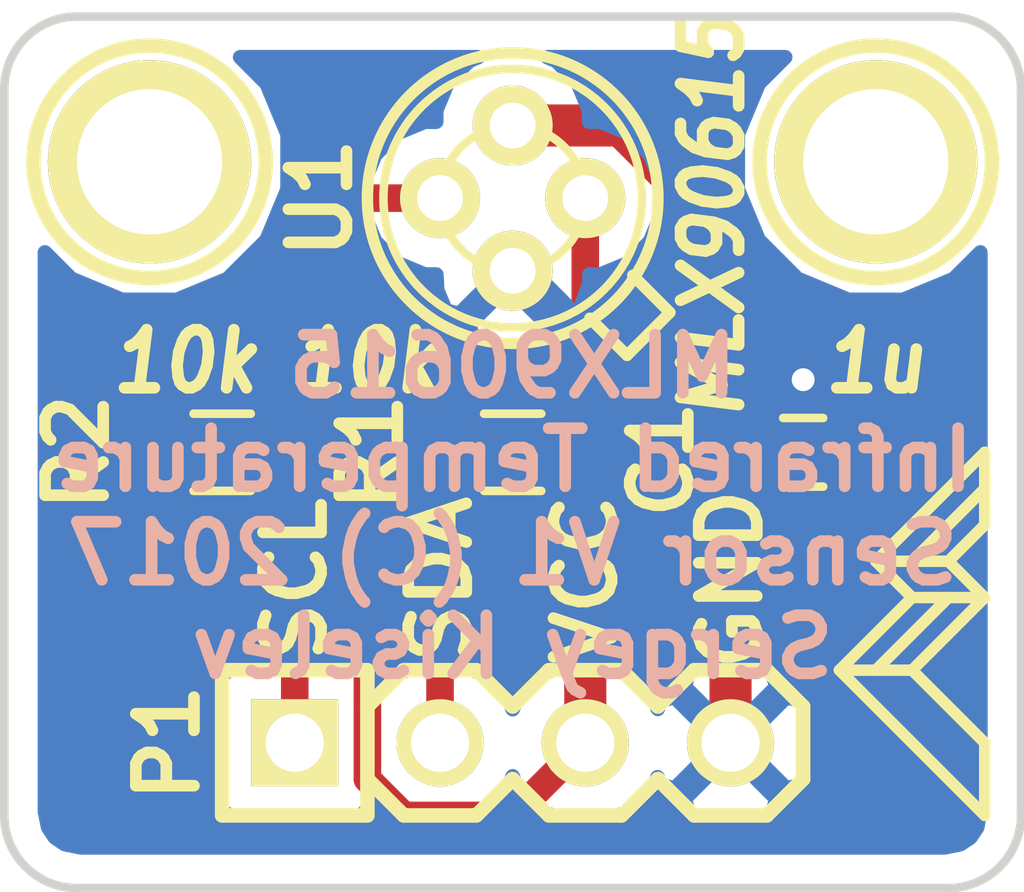
<source format=kicad_pcb>
(kicad_pcb (version 4) (host pcbnew 4.0.1-stable)

  (general
    (links 10)
    (no_connects 0)
    (area 121.739353 101.22855 150.040648 119.1228)
    (thickness 1.6)
    (drawings 28)
    (tracks 32)
    (zones 0)
    (modules 7)
    (nets 7)
  )

  (page A4)
  (layers
    (0 F.Cu signal)
    (31 B.Cu signal)
    (32 B.Adhes user)
    (33 F.Adhes user)
    (34 B.Paste user)
    (35 F.Paste user)
    (36 B.SilkS user)
    (37 F.SilkS user)
    (38 B.Mask user)
    (39 F.Mask user)
    (40 Dwgs.User user)
    (41 Cmts.User user)
    (42 Eco1.User user)
    (43 Eco2.User user)
    (44 Edge.Cuts user)
    (45 Margin user)
    (46 B.CrtYd user)
    (47 F.CrtYd user)
    (48 B.Fab user)
    (49 F.Fab user)
  )

  (setup
    (last_trace_width 0.25)
    (user_trace_width 0.4826)
    (user_trace_width 0.7366)
    (trace_clearance 0.2)
    (zone_clearance 0.508)
    (zone_45_only no)
    (trace_min 0.2)
    (segment_width 0.2)
    (edge_width 0.15)
    (via_size 0.6)
    (via_drill 0.4)
    (via_min_size 0.4)
    (via_min_drill 0.3)
    (uvia_size 0.3)
    (uvia_drill 0.1)
    (uvias_allowed no)
    (uvia_min_size 0.2)
    (uvia_min_drill 0.1)
    (pcb_text_width 0.3)
    (pcb_text_size 1.5 1.5)
    (mod_edge_width 0.15)
    (mod_text_size 1 1)
    (mod_text_width 0.15)
    (pad_size 1.524 1.524)
    (pad_drill 0.762)
    (pad_to_mask_clearance 0.2)
    (aux_axis_origin 0 0)
    (visible_elements 7FFFFFFF)
    (pcbplotparams
      (layerselection 0x010f0_80000001)
      (usegerberextensions false)
      (excludeedgelayer true)
      (linewidth 0.100000)
      (plotframeref false)
      (viasonmask false)
      (mode 1)
      (useauxorigin false)
      (hpglpennumber 1)
      (hpglpenspeed 20)
      (hpglpendiameter 15)
      (hpglpenoverlay 2)
      (psnegative false)
      (psa4output false)
      (plotreference true)
      (plotvalue true)
      (plotinvisibletext false)
      (padsonsilk false)
      (subtractmaskfromsilk false)
      (outputformat 1)
      (mirror false)
      (drillshape 0)
      (scaleselection 1)
      (outputdirectory gerber))
  )

  (net 0 "")
  (net 1 GND)
  (net 2 +3V3)
  (net 3 "Net-(HOLE1-Pad1)")
  (net 4 "Net-(HOLE2-Pad1)")
  (net 5 /SCL)
  (net 6 /SDA)

  (net_class Default "This is the default net class."
    (clearance 0.2)
    (trace_width 0.25)
    (via_dia 0.6)
    (via_drill 0.4)
    (uvia_dia 0.3)
    (uvia_drill 0.1)
    (add_net +3V3)
    (add_net /SCL)
    (add_net /SDA)
    (add_net GND)
    (add_net "Net-(HOLE1-Pad1)")
    (add_net "Net-(HOLE2-Pad1)")
  )

  (module Capacitors_SMD:C_0603_HandSoldering (layer F.Cu) (tedit 58864A9C) (tstamp 5875AD78)
    (at 140.97 109.22)
    (descr "Capacitor SMD 0603, hand soldering")
    (tags "capacitor 0603")
    (path /58757B70)
    (attr smd)
    (fp_text reference C1 (at -2.4765 0.127 90) (layer F.SilkS)
      (effects (font (size 1.016 1.016) (thickness 0.2032)))
    )
    (fp_text value 1u (at 1.27 -1.5875 180) (layer F.SilkS)
      (effects (font (size 1.016 0.9144) (thickness 0.2032) italic))
    )
    (fp_line (start -1.85 -0.75) (end 1.85 -0.75) (layer F.CrtYd) (width 0.05))
    (fp_line (start -1.85 0.75) (end 1.85 0.75) (layer F.CrtYd) (width 0.05))
    (fp_line (start -1.85 -0.75) (end -1.85 0.75) (layer F.CrtYd) (width 0.05))
    (fp_line (start 1.85 -0.75) (end 1.85 0.75) (layer F.CrtYd) (width 0.05))
    (fp_line (start -0.35 -0.6) (end 0.35 -0.6) (layer F.SilkS) (width 0.15))
    (fp_line (start 0.35 0.6) (end -0.35 0.6) (layer F.SilkS) (width 0.15))
    (pad 1 smd rect (at -0.95 0) (size 1.2 0.75) (layers F.Cu F.Paste F.Mask)
      (net 2 +3V3))
    (pad 2 smd rect (at 0.95 0) (size 1.2 0.75) (layers F.Cu F.Paste F.Mask)
      (net 1 GND))
    (model Capacitors_SMD.3dshapes/C_0603_HandSoldering.wrl
      (at (xyz 0 0 0))
      (scale (xyz 1 1 1))
      (rotate (xyz 0 0 0))
    )
  )

  (module my_components:Hole_2.5mm (layer F.Cu) (tedit 58864794) (tstamp 5875AD89)
    (at 129.54 104.14)
    (descr "Mounting Hole, 2.5mm")
    (tags "HOLE 2.5MM")
    (path /58757CFE)
    (fp_text reference HOLE1 (at -5.08 -0.635) (layer F.SilkS) hide
      (effects (font (size 1.016 1.016) (thickness 0.2032)))
    )
    (fp_text value M2.5 (at -5.08 0.635) (layer F.SilkS) hide
      (effects (font (size 1.016 0.9144) (thickness 0.2032) italic))
    )
    (fp_circle (center 0 0) (end 0 -2.032) (layer F.SilkS) (width 0.254))
    (pad 1 thru_hole circle (at 0 0) (size 3.556 3.556) (drill 2.54) (layers *.Cu *.Mask F.SilkS)
      (net 3 "Net-(HOLE1-Pad1)"))
  )

  (module my_components:Hole_2.5mm (layer F.Cu) (tedit 58864798) (tstamp 5875AD8E)
    (at 142.24 104.14)
    (descr "Mounting Hole, 2.5mm")
    (tags "HOLE 2.5MM")
    (path /58757D29)
    (fp_text reference HOLE2 (at 5.08 -0.635) (layer F.SilkS) hide
      (effects (font (size 1.016 1.016) (thickness 0.2032)))
    )
    (fp_text value M2.5 (at 5.08 0.635) (layer F.SilkS) hide
      (effects (font (size 1.016 0.9144) (thickness 0.2032) italic))
    )
    (fp_circle (center 0 0) (end 0 -2.032) (layer F.SilkS) (width 0.254))
    (pad 1 thru_hole circle (at 0 0) (size 3.556 3.556) (drill 2.54) (layers *.Cu *.Mask F.SilkS)
      (net 4 "Net-(HOLE2-Pad1)"))
  )

  (module Resistors_SMD:R_0603_HandSoldering (layer F.Cu) (tedit 58864A90) (tstamp 5875AD9D)
    (at 135.89 109.22)
    (descr "Resistor SMD 0603, hand soldering")
    (tags "resistor 0603")
    (path /58757C28)
    (attr smd)
    (fp_text reference R1 (at -2.4765 0 90) (layer F.SilkS)
      (effects (font (size 1.016 1.016) (thickness 0.2032)))
    )
    (fp_text value 10k (at -2.54 -1.5875) (layer F.SilkS)
      (effects (font (size 1.016 0.9144) (thickness 0.2032) italic))
    )
    (fp_line (start -2 -0.8) (end 2 -0.8) (layer F.CrtYd) (width 0.05))
    (fp_line (start -2 0.8) (end 2 0.8) (layer F.CrtYd) (width 0.05))
    (fp_line (start -2 -0.8) (end -2 0.8) (layer F.CrtYd) (width 0.05))
    (fp_line (start 2 -0.8) (end 2 0.8) (layer F.CrtYd) (width 0.05))
    (fp_line (start 0.5 0.675) (end -0.5 0.675) (layer F.SilkS) (width 0.15))
    (fp_line (start -0.5 -0.675) (end 0.5 -0.675) (layer F.SilkS) (width 0.15))
    (pad 1 smd rect (at -1.1 0) (size 1.2 0.9) (layers F.Cu F.Paste F.Mask)
      (net 2 +3V3))
    (pad 2 smd rect (at 1.1 0) (size 1.2 0.9) (layers F.Cu F.Paste F.Mask)
      (net 6 /SDA))
    (model Resistors_SMD.3dshapes/R_0603_HandSoldering.wrl
      (at (xyz 0 0 0))
      (scale (xyz 1 1 1))
      (rotate (xyz 0 0 0))
    )
  )

  (module Resistors_SMD:R_0603_HandSoldering (layer F.Cu) (tedit 58864B87) (tstamp 5875ADA3)
    (at 130.81 109.22 180)
    (descr "Resistor SMD 0603, hand soldering")
    (tags "resistor 0603")
    (path /58757C61)
    (attr smd)
    (fp_text reference R2 (at 2.54 0 270) (layer F.SilkS)
      (effects (font (size 1.016 1.016) (thickness 0.2032)))
    )
    (fp_text value 10k (at 0.635 1.5875 180) (layer F.SilkS)
      (effects (font (size 1.016 0.9144) (thickness 0.2032) italic))
    )
    (fp_line (start -2 -0.8) (end 2 -0.8) (layer F.CrtYd) (width 0.05))
    (fp_line (start -2 0.8) (end 2 0.8) (layer F.CrtYd) (width 0.05))
    (fp_line (start -2 -0.8) (end -2 0.8) (layer F.CrtYd) (width 0.05))
    (fp_line (start 2 -0.8) (end 2 0.8) (layer F.CrtYd) (width 0.05))
    (fp_line (start 0.5 0.675) (end -0.5 0.675) (layer F.SilkS) (width 0.15))
    (fp_line (start -0.5 -0.675) (end 0.5 -0.675) (layer F.SilkS) (width 0.15))
    (pad 1 smd rect (at -1.1 0 180) (size 1.2 0.9) (layers F.Cu F.Paste F.Mask)
      (net 2 +3V3))
    (pad 2 smd rect (at 1.1 0 180) (size 1.2 0.9) (layers F.Cu F.Paste F.Mask)
      (net 5 /SCL))
    (model Resistors_SMD.3dshapes/R_0603_HandSoldering.wrl
      (at (xyz 0 0 0))
      (scale (xyz 1 1 1))
      (rotate (xyz 0 0 0))
    )
  )

  (module my_components:Conn_Pin_Header_4x1_2.54mm (layer F.Cu) (tedit 58864992) (tstamp 588644EA)
    (at 135.89 114.3)
    (descr "Pin Header, 4x1, 2.54mm pitch")
    (tags "CONN 4x1")
    (path /58864978)
    (fp_text reference P1 (at -6.0325 0 90) (layer F.SilkS)
      (effects (font (size 1.016 1.016) (thickness 0.2032)))
    )
    (fp_text value CONN_01X04 (at 0 3.81) (layer F.SilkS) hide
      (effects (font (size 1.016 0.9144) (thickness 0.2032) italic))
    )
    (fp_line (start -2.54 -1.27) (end -2.54 1.27) (layer F.SilkS) (width 0.254))
    (fp_line (start -5.08 1.27) (end -5.08 -1.27) (layer F.SilkS) (width 0.254))
    (fp_line (start -5.08 -1.27) (end -2.54 -1.27) (layer F.SilkS) (width 0.254))
    (fp_line (start -2.54 -0.635) (end -1.905 -1.27) (layer F.SilkS) (width 0.254))
    (fp_line (start -1.905 -1.27) (end -0.635 -1.27) (layer F.SilkS) (width 0.254))
    (fp_line (start -0.635 -1.27) (end 0 -0.635) (layer F.SilkS) (width 0.254))
    (fp_line (start 0 -0.635) (end 0.635 -1.27) (layer F.SilkS) (width 0.254))
    (fp_line (start 0.635 -1.27) (end 1.905 -1.27) (layer F.SilkS) (width 0.254))
    (fp_line (start 1.905 -1.27) (end 2.54 -0.635) (layer F.SilkS) (width 0.254))
    (fp_line (start 2.54 -0.635) (end 3.175 -1.27) (layer F.SilkS) (width 0.254))
    (fp_line (start 3.175 -1.27) (end 4.445 -1.27) (layer F.SilkS) (width 0.254))
    (fp_line (start 4.445 -1.27) (end 5.08 -0.635) (layer F.SilkS) (width 0.254))
    (fp_line (start 5.08 -0.635) (end 5.08 0.635) (layer F.SilkS) (width 0.254))
    (fp_line (start 5.08 0.635) (end 4.445 1.27) (layer F.SilkS) (width 0.254))
    (fp_line (start 4.445 1.27) (end 3.175 1.27) (layer F.SilkS) (width 0.254))
    (fp_line (start 3.175 1.27) (end 2.54 0.635) (layer F.SilkS) (width 0.254))
    (fp_line (start 2.54 0.635) (end 1.905 1.27) (layer F.SilkS) (width 0.254))
    (fp_line (start 1.905 1.27) (end 0.635 1.27) (layer F.SilkS) (width 0.254))
    (fp_line (start 0.635 1.27) (end 0 0.635) (layer F.SilkS) (width 0.254))
    (fp_line (start 0 0.635) (end -0.635 1.27) (layer F.SilkS) (width 0.254))
    (fp_line (start -0.635 1.27) (end -1.905 1.27) (layer F.SilkS) (width 0.254))
    (fp_line (start -1.905 1.27) (end -2.54 0.635) (layer F.SilkS) (width 0.254))
    (fp_line (start -2.54 1.27) (end -5.08 1.27) (layer F.SilkS) (width 0.254))
    (pad 1 thru_hole rect (at -3.81 0) (size 1.524 1.524) (drill 1.016) (layers *.Cu *.Mask F.SilkS)
      (net 5 /SCL))
    (pad 2 thru_hole circle (at -1.27 0) (size 1.524 1.524) (drill 1.016) (layers *.Cu *.Mask F.SilkS)
      (net 6 /SDA))
    (pad 3 thru_hole circle (at 1.27 0) (size 1.524 1.524) (drill 1.016) (layers *.Cu *.Mask F.SilkS)
      (net 2 +3V3))
    (pad 4 thru_hole circle (at 3.81 0) (size 1.524 1.524) (drill 1.016) (layers *.Cu *.Mask F.SilkS)
      (net 1 GND))
    (model pin_array/pins_array_8x2.wrl
      (at (xyz 0 0 0))
      (scale (xyz 1 1 1))
      (rotate (xyz 0 0 0))
    )
  )

  (module my_components:IC_TO-46-4 (layer F.Cu) (tedit 5886595E) (tstamp 5876E8B6)
    (at 135.89 104.775 90)
    (descr TO-46-4)
    (tags "TO-46-4, TO-46, 4Pin")
    (path /58757ACF)
    (fp_text reference U1 (at 0 -3.3655 90) (layer F.SilkS)
      (effects (font (size 1.016 1.016) (thickness 0.2032)))
    )
    (fp_text value MLX90615 (at -0.3175 3.4925 90) (layer F.SilkS)
      (effects (font (size 1.016 0.9144) (thickness 0.2032) italic))
    )
    (fp_line (start -2.75 2) (end -2.1 1.35) (layer F.SilkS) (width 0.2))
    (fp_line (start -2 2.75) (end -1.35 2.1) (layer F.SilkS) (width 0.2))
    (fp_line (start -2.75 2) (end -2 2.75) (layer F.SilkS) (width 0.2))
    (fp_circle (center 0 0) (end 2.26 0) (layer F.SilkS) (width 0.15))
    (fp_circle (center 0 0) (end -2.54 0) (layer F.SilkS) (width 0.2))
    (fp_circle (center 0 0) (end 1.27 0) (layer F.SilkS) (width 0.15))
    (pad 1 thru_hole circle (at 0 1.27 90) (size 1.4 1.4) (drill 0.8) (layers *.Cu *.Mask F.SilkS)
      (net 6 /SDA))
    (pad 2 thru_hole circle (at 1.27 0 90) (size 1.4 1.4) (drill 0.8) (layers *.Cu *.Mask F.SilkS)
      (net 2 +3V3))
    (pad 3 thru_hole circle (at 0 -1.27 90) (size 1.4 1.4) (drill 0.8) (layers *.Cu *.Mask F.SilkS)
      (net 5 /SCL))
    (pad 4 thru_hole circle (at -1.27 0 90) (size 1.4 1.4) (drill 0.8) (layers *.Cu *.Mask F.SilkS)
      (net 1 GND))
  )

  (gr_text "MLX90615\nInfrared Temperature\nSensor V1 (C) 2017\nSergey Kiselev" (at 135.89 110.1725) (layer B.SilkS)
    (effects (font (size 1.016 1.016) (thickness 0.2032)) (justify mirror))
  )
  (gr_line (start 142.875 111.125) (end 144.145 109.855) (angle 90) (layer F.SilkS) (width 0.2))
  (gr_line (start 142.24 111.125) (end 143.51 111.125) (angle 90) (layer F.SilkS) (width 0.2))
  (gr_line (start 142.24 113.03) (end 143.51 111.76) (angle 90) (layer F.SilkS) (width 0.2))
  (gr_line (start 142.875 111.76) (end 144.145 111.76) (angle 90) (layer F.SilkS) (width 0.2))
  (gr_line (start 141.605 113.03) (end 142.875 113.03) (angle 90) (layer F.SilkS) (width 0.2))
  (gr_line (start 144.145 114.3) (end 144.145 115.57) (angle 90) (layer F.SilkS) (width 0.2))
  (gr_line (start 142.875 113.03) (end 144.145 114.3) (angle 90) (layer F.SilkS) (width 0.2))
  (gr_line (start 144.145 111.76) (end 142.875 113.03) (angle 90) (layer F.SilkS) (width 0.2))
  (gr_line (start 143.51 111.125) (end 144.145 111.76) (angle 90) (layer F.SilkS) (width 0.2))
  (gr_line (start 144.145 110.49) (end 143.51 111.125) (angle 90) (layer F.SilkS) (width 0.2))
  (gr_line (start 144.145 109.22) (end 144.145 110.49) (angle 90) (layer F.SilkS) (width 0.2))
  (gr_line (start 142.24 111.125) (end 144.145 109.22) (angle 90) (layer F.SilkS) (width 0.2))
  (gr_line (start 142.875 111.76) (end 142.24 111.125) (angle 90) (layer F.SilkS) (width 0.2))
  (gr_line (start 141.605 113.03) (end 142.875 111.76) (angle 90) (layer F.SilkS) (width 0.2))
  (gr_line (start 144.145 115.57) (end 141.605 113.03) (angle 90) (layer F.SilkS) (width 0.2))
  (gr_text GND (at 139.7 111.4425 90) (layer F.SilkS)
    (effects (font (size 1.016 1.016) (thickness 0.2032)))
  )
  (gr_text VCC (at 137.16 111.4425 90) (layer F.SilkS)
    (effects (font (size 1.016 1.016) (thickness 0.2032)))
  )
  (gr_text SDA (at 134.62 111.4425 90) (layer F.SilkS)
    (effects (font (size 1.016 1.016) (thickness 0.2032)))
  )
  (gr_text SCL (at 132.08 111.4425 90) (layer F.SilkS)
    (effects (font (size 1.016 1.016) (thickness 0.2032)))
  )
  (gr_line (start 127 102.87) (end 127 115.57) (angle 90) (layer Edge.Cuts) (width 0.15))
  (gr_line (start 144.78 102.87) (end 144.78 115.57) (angle 90) (layer Edge.Cuts) (width 0.15))
  (gr_line (start 143.51 101.6) (end 128.27 101.6) (angle 90) (layer Edge.Cuts) (width 0.15))
  (gr_line (start 128.27 116.84) (end 143.51 116.84) (angle 90) (layer Edge.Cuts) (width 0.15))
  (gr_arc (start 143.51 115.57) (end 144.78 115.57) (angle 90) (layer Edge.Cuts) (width 0.15))
  (gr_arc (start 128.27 115.57) (end 128.27 116.84) (angle 90) (layer Edge.Cuts) (width 0.15))
  (gr_arc (start 128.27 102.87) (end 127 102.87) (angle 90) (layer Edge.Cuts) (width 0.15))
  (gr_arc (start 143.51 102.87) (end 143.51 101.6) (angle 90) (layer Edge.Cuts) (width 0.15))

  (segment (start 141.92 108.9) (end 140.97 107.95) (width 0.7366) (layer F.Cu) (net 1) (tstamp 5886483D))
  (segment (start 141.92 109.22) (end 141.92 108.9) (width 0.25) (layer F.Cu) (net 1))
  (segment (start 139.7 114.3) (end 139.7 112.395) (width 0.7366) (layer F.Cu) (net 1))
  (segment (start 141.92 110.175) (end 141.92 109.22) (width 0.7366) (layer F.Cu) (net 1) (tstamp 58864809))
  (segment (start 139.7 112.395) (end 141.92 110.175) (width 0.7366) (layer F.Cu) (net 1) (tstamp 58864807))
  (segment (start 140.97 107.95) (end 137.795 107.95) (width 0.7366) (layer B.Cu) (net 1))
  (via (at 140.97 107.95) (size 0.6) (drill 0.4) (layers F.Cu B.Cu) (net 1))
  (segment (start 137.795 107.95) (end 135.89 106.045) (width 0.7366) (layer B.Cu) (net 1) (tstamp 58864C7C))
  (segment (start 137.795 103.505) (end 135.89 103.505) (width 0.7366) (layer F.Cu) (net 2) (tstamp 588647E0))
  (segment (start 133.35 109.22) (end 133.35 114.935) (width 0.4826) (layer F.Cu) (net 2))
  (segment (start 137.16 114.3) (end 135.89 115.57) (width 0.4826) (layer F.Cu) (net 2))
  (segment (start 133.985 115.57) (end 135.89 115.57) (width 0.4826) (layer F.Cu) (net 2) (tstamp 58864BC8))
  (segment (start 133.35 114.935) (end 133.985 115.57) (width 0.4826) (layer F.Cu) (net 2) (tstamp 58864BC7))
  (segment (start 131.91 109.22) (end 133.35 109.22) (width 0.4826) (layer F.Cu) (net 2))
  (segment (start 133.35 109.22) (end 134.79 109.22) (width 0.4826) (layer F.Cu) (net 2) (tstamp 58864BBF))
  (segment (start 140.02 109.22) (end 140.02 105.73) (width 0.7366) (layer F.Cu) (net 2))
  (segment (start 140.02 105.73) (end 137.795 103.505) (width 0.7366) (layer F.Cu) (net 2) (tstamp 588647DE))
  (segment (start 137.16 114.3) (end 137.16 112.395) (width 0.7366) (layer F.Cu) (net 2))
  (segment (start 139.065 110.49) (end 140.02 109.535) (width 0.7366) (layer F.Cu) (net 2) (tstamp 588647EA))
  (segment (start 137.16 112.395) (end 139.065 110.49) (width 0.7366) (layer F.Cu) (net 2) (tstamp 588647DA))
  (segment (start 140.02 109.535) (end 140.02 109.22) (width 0.25) (layer F.Cu) (net 2) (tstamp 588647DB))
  (segment (start 129.71 109.22) (end 129.71 108.415) (width 0.4826) (layer F.Cu) (net 5))
  (segment (start 132.08 114.3) (end 132.08 112.395) (width 0.4826) (layer F.Cu) (net 5))
  (segment (start 132.08 112.395) (end 129.71 110.025) (width 0.4826) (layer F.Cu) (net 5) (tstamp 58864BB1))
  (segment (start 129.71 110.025) (end 129.71 109.22) (width 0.4826) (layer F.Cu) (net 5) (tstamp 58864BB3))
  (segment (start 133.35 104.775) (end 134.62 104.775) (width 0.4826) (layer F.Cu) (net 5) (tstamp 58864BB7))
  (segment (start 129.71 108.415) (end 133.35 104.775) (width 0.4826) (layer F.Cu) (net 5) (tstamp 58864BB6))
  (segment (start 136.99 110.025) (end 136.99 109.22) (width 0.4826) (layer F.Cu) (net 6) (tstamp 5886476A))
  (segment (start 134.62 112.395) (end 136.99 110.025) (width 0.4826) (layer F.Cu) (net 6) (tstamp 58864769))
  (segment (start 134.62 114.3) (end 134.62 112.395) (width 0.4826) (layer F.Cu) (net 6))
  (segment (start 137.16 104.775) (end 137.16 109.05) (width 0.4826) (layer F.Cu) (net 6))
  (segment (start 137.16 109.05) (end 136.99 109.22) (width 0.25) (layer F.Cu) (net 6) (tstamp 5886476E))

  (zone (net 1) (net_name GND) (layer B.Cu) (tstamp 58864BFF) (hatch edge 0.508)
    (connect_pads (clearance 0.508))
    (min_thickness 0.254)
    (fill yes (arc_segments 16) (thermal_gap 0.508) (thermal_bridge_width 0.508))
    (polygon
      (pts
        (xy 144.78 116.84) (xy 127 116.84) (xy 127 101.6) (xy 144.78 101.6) (xy 144.78 116.84)
      )
    )
    (filled_polygon
      (pts
        (xy 135.134771 102.372582) (xy 134.758902 102.747796) (xy 134.555232 103.238287) (xy 134.555056 103.439943) (xy 134.355617 103.439769)
        (xy 133.864771 103.642582) (xy 133.488902 104.017796) (xy 133.285232 104.508287) (xy 133.284769 105.039383) (xy 133.487582 105.530229)
        (xy 133.862796 105.906098) (xy 134.353287 106.109768) (xy 134.556561 106.109945) (xy 134.571336 106.38244) (xy 134.718958 106.738831)
        (xy 134.954725 106.800669) (xy 135.710395 106.045) (xy 135.696253 106.030858) (xy 135.875858 105.851253) (xy 135.89 105.865395)
        (xy 135.904143 105.851253) (xy 136.083748 106.030858) (xy 136.069605 106.045) (xy 136.825275 106.800669) (xy 137.061042 106.738831)
        (xy 137.237419 106.237878) (xy 137.230489 106.110062) (xy 137.424383 106.110231) (xy 137.915229 105.907418) (xy 138.291098 105.532204)
        (xy 138.494768 105.041713) (xy 138.495231 104.510617) (xy 138.292418 104.019771) (xy 137.917204 103.643902) (xy 137.426713 103.440232)
        (xy 137.225057 103.440056) (xy 137.225231 103.240617) (xy 137.022418 102.749771) (xy 136.647204 102.373902) (xy 136.493311 102.31)
        (xy 140.657718 102.31) (xy 140.195551 102.771361) (xy 139.82742 103.657919) (xy 139.826583 104.61787) (xy 140.193166 105.505069)
        (xy 140.871361 106.184449) (xy 141.757919 106.55258) (xy 142.71787 106.553417) (xy 143.605069 106.186834) (xy 144.07 105.722714)
        (xy 144.07 115.500069) (xy 144.014521 115.778981) (xy 143.896145 115.956144) (xy 143.718979 116.074522) (xy 143.44007 116.13)
        (xy 128.339931 116.13) (xy 128.061019 116.074521) (xy 127.883856 115.956145) (xy 127.765478 115.778979) (xy 127.71 115.50007)
        (xy 127.71 113.538) (xy 130.67056 113.538) (xy 130.67056 115.062) (xy 130.714838 115.297317) (xy 130.85391 115.513441)
        (xy 131.06611 115.658431) (xy 131.318 115.70944) (xy 132.842 115.70944) (xy 133.077317 115.665162) (xy 133.293441 115.52609)
        (xy 133.438431 115.31389) (xy 133.475492 115.130876) (xy 133.82763 115.483629) (xy 134.3409 115.696757) (xy 134.896661 115.697242)
        (xy 135.410303 115.48501) (xy 135.803629 115.09237) (xy 135.889949 114.884488) (xy 135.97499 115.090303) (xy 136.36763 115.483629)
        (xy 136.8809 115.696757) (xy 137.436661 115.697242) (xy 137.950303 115.48501) (xy 138.155457 115.280213) (xy 138.899392 115.280213)
        (xy 138.968857 115.522397) (xy 139.492302 115.709144) (xy 140.047368 115.681362) (xy 140.431143 115.522397) (xy 140.500608 115.280213)
        (xy 139.7 114.479605) (xy 138.899392 115.280213) (xy 138.155457 115.280213) (xy 138.343629 115.09237) (xy 138.423395 114.900273)
        (xy 138.477603 115.031143) (xy 138.719787 115.100608) (xy 139.520395 114.3) (xy 139.879605 114.3) (xy 140.680213 115.100608)
        (xy 140.922397 115.031143) (xy 141.109144 114.507698) (xy 141.081362 113.952632) (xy 140.922397 113.568857) (xy 140.680213 113.499392)
        (xy 139.879605 114.3) (xy 139.520395 114.3) (xy 138.719787 113.499392) (xy 138.477603 113.568857) (xy 138.427491 113.709318)
        (xy 138.34501 113.509697) (xy 138.155432 113.319787) (xy 138.899392 113.319787) (xy 139.7 114.120395) (xy 140.500608 113.319787)
        (xy 140.431143 113.077603) (xy 139.907698 112.890856) (xy 139.352632 112.918638) (xy 138.968857 113.077603) (xy 138.899392 113.319787)
        (xy 138.155432 113.319787) (xy 137.95237 113.116371) (xy 137.4391 112.903243) (xy 136.883339 112.902758) (xy 136.369697 113.11499)
        (xy 135.976371 113.50763) (xy 135.890051 113.715512) (xy 135.80501 113.509697) (xy 135.41237 113.116371) (xy 134.8991 112.903243)
        (xy 134.343339 112.902758) (xy 133.829697 113.11499) (xy 133.476237 113.467833) (xy 133.445162 113.302683) (xy 133.30609 113.086559)
        (xy 133.09389 112.941569) (xy 132.842 112.89056) (xy 131.318 112.89056) (xy 131.082683 112.934838) (xy 130.866559 113.07391)
        (xy 130.721569 113.28611) (xy 130.67056 113.538) (xy 127.71 113.538) (xy 127.71 106.980275) (xy 135.134331 106.980275)
        (xy 135.196169 107.216042) (xy 135.697122 107.392419) (xy 136.22744 107.363664) (xy 136.583831 107.216042) (xy 136.645669 106.980275)
        (xy 135.89 106.224605) (xy 135.134331 106.980275) (xy 127.71 106.980275) (xy 127.71 105.722282) (xy 128.171361 106.184449)
        (xy 129.057919 106.55258) (xy 130.01787 106.553417) (xy 130.905069 106.186834) (xy 131.584449 105.508639) (xy 131.95258 104.622081)
        (xy 131.953417 103.66213) (xy 131.586834 102.774931) (xy 131.122714 102.31) (xy 135.286231 102.31)
      )
    )
  )
)

</source>
